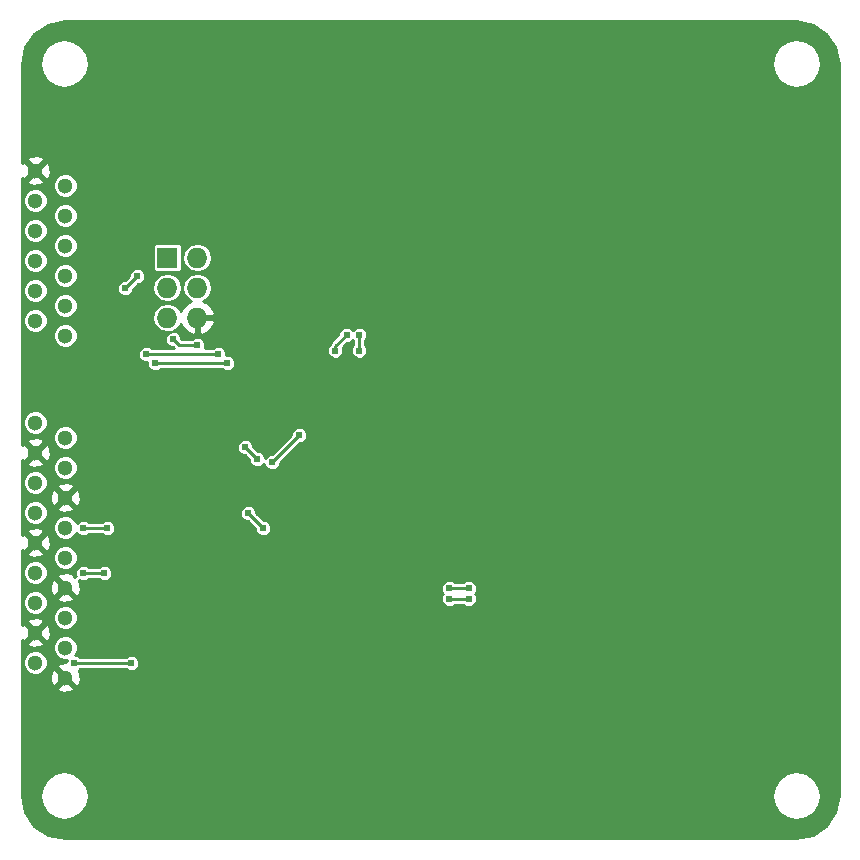
<source format=gbr>
G04 #@! TF.FileFunction,Copper,L2,Bot,Signal*
%FSLAX46Y46*%
G04 Gerber Fmt 4.6, Leading zero omitted, Abs format (unit mm)*
G04 Created by KiCad (PCBNEW 4.0.7-e2-6376~58~ubuntu16.04.1) date Tue Dec  5 20:34:02 2017*
%MOMM*%
%LPD*%
G01*
G04 APERTURE LIST*
%ADD10C,0.100000*%
%ADD11C,1.300000*%
%ADD12R,1.727200X1.727200*%
%ADD13O,1.727200X1.727200*%
%ADD14C,0.609600*%
%ADD15C,0.254000*%
%ADD16C,0.762000*%
G04 APERTURE END LIST*
D10*
D11*
X115062000Y-109474000D03*
X115062000Y-106934000D03*
X115062000Y-104394000D03*
X115062000Y-112014000D03*
X117602000Y-105664000D03*
X117602000Y-108204000D03*
X117602000Y-110744000D03*
X117602000Y-113284000D03*
X115062000Y-114554000D03*
X117602000Y-115824000D03*
X115062000Y-117094000D03*
X117602000Y-118364000D03*
X115062000Y-119634000D03*
X117602000Y-120904000D03*
X115062000Y-122174000D03*
X117602000Y-123444000D03*
X115062000Y-124714000D03*
X117602000Y-125984000D03*
X115062000Y-88138000D03*
X115062000Y-85598000D03*
X115062000Y-83058000D03*
X115062000Y-90678000D03*
X117602000Y-84328000D03*
X117602000Y-86868000D03*
X117602000Y-89408000D03*
X117602000Y-91948000D03*
X115062000Y-93218000D03*
X117602000Y-94488000D03*
X115062000Y-95758000D03*
X117602000Y-97028000D03*
D12*
X126238000Y-90424000D03*
D13*
X128778000Y-90424000D03*
X126238000Y-92964000D03*
X128778000Y-92964000D03*
X126238000Y-95504000D03*
X128778000Y-95504000D03*
D14*
X133096000Y-112080000D03*
X134366000Y-113350000D03*
X124523500Y-83820000D03*
X127635000Y-75184000D03*
X160083500Y-94170500D03*
X138811000Y-113604000D03*
X131699000Y-129606000D03*
X145034000Y-129606000D03*
X156718000Y-122240000D03*
X136398000Y-108778000D03*
X117602000Y-128082000D03*
X116586000Y-122240000D03*
X116586000Y-114620000D03*
X116586000Y-107000000D03*
X147828000Y-114874000D03*
X132334000Y-109540000D03*
X123444000Y-110048000D03*
X162814000Y-124018000D03*
X157988000Y-107376000D03*
X155194000Y-100650000D03*
X168148000Y-85410000D03*
X137922000Y-87442000D03*
X134620000Y-92014000D03*
X136652000Y-77028000D03*
X133858000Y-107508000D03*
X132842000Y-106492000D03*
X137414000Y-105476000D03*
X135128000Y-107762000D03*
X123698000Y-92014000D03*
X122682000Y-93030000D03*
X151765000Y-118430000D03*
X150114000Y-118430000D03*
X142494000Y-98298000D03*
X142494000Y-96964500D03*
X140462000Y-98298000D03*
X141414500Y-96964500D03*
X128778000Y-97856000D03*
X126746000Y-97348000D03*
X151765000Y-119319000D03*
X150114000Y-119319000D03*
X119126000Y-113350000D03*
X121158000Y-113350000D03*
X119126000Y-117160000D03*
X120904000Y-117160000D03*
X118364000Y-124780000D03*
X123190000Y-124780000D03*
X130556000Y-98618000D03*
X124460000Y-98618000D03*
X131318000Y-99380000D03*
X125222000Y-99380000D03*
D15*
X134366000Y-113350000D02*
X133096000Y-112080000D01*
D16*
X124523500Y-83820000D02*
X124714000Y-83820000D01*
D15*
X127635000Y-75184000D02*
X127635000Y-74993500D01*
X160782000Y-94234000D02*
X160147000Y-94234000D01*
X160147000Y-94234000D02*
X160083500Y-94170500D01*
X138938000Y-114874000D02*
X138938000Y-113731000D01*
X138938000Y-113731000D02*
X138811000Y-113604000D01*
X156591000Y-122367000D02*
X156591000Y-122748000D01*
X156718000Y-122240000D02*
X156591000Y-122367000D01*
X123698000Y-110302000D02*
X124714000Y-110302000D01*
X123444000Y-110048000D02*
X123698000Y-110302000D01*
X132842000Y-106492000D02*
X133858000Y-107508000D01*
X135128000Y-107762000D02*
X137414000Y-105476000D01*
X122682000Y-93030000D02*
X123698000Y-92014000D01*
X150114000Y-118430000D02*
X151765000Y-118430000D01*
X142494000Y-96964500D02*
X142494000Y-98298000D01*
X140462000Y-97917000D02*
X140462000Y-98298000D01*
X141414500Y-96964500D02*
X140462000Y-97917000D01*
X127254000Y-97856000D02*
X128778000Y-97856000D01*
X126746000Y-97348000D02*
X127254000Y-97856000D01*
X150114000Y-119319000D02*
X151765000Y-119319000D01*
X121158000Y-113350000D02*
X119126000Y-113350000D01*
X120904000Y-117160000D02*
X119126000Y-117160000D01*
X123190000Y-124780000D02*
X118364000Y-124780000D01*
X124460000Y-98618000D02*
X130556000Y-98618000D01*
X125222000Y-99380000D02*
X131318000Y-99380000D01*
G36*
X180863666Y-70714075D02*
X182018793Y-71485906D01*
X182790626Y-72641036D01*
X183070100Y-74046048D01*
X183070100Y-135961152D01*
X182790626Y-137366164D01*
X182018793Y-138521294D01*
X180863666Y-139293125D01*
X179458652Y-139572600D01*
X117543548Y-139572600D01*
X116138536Y-139293126D01*
X114983406Y-138521293D01*
X114211575Y-137366166D01*
X113940544Y-136003600D01*
X115438150Y-136003600D01*
X115595183Y-136793057D01*
X116042374Y-137462326D01*
X116711643Y-137909517D01*
X117501100Y-138066550D01*
X118290557Y-137909517D01*
X118959826Y-137462326D01*
X119407017Y-136793057D01*
X119564050Y-136003600D01*
X177438150Y-136003600D01*
X177595183Y-136793057D01*
X178042374Y-137462326D01*
X178711643Y-137909517D01*
X179501100Y-138066550D01*
X180290557Y-137909517D01*
X180959826Y-137462326D01*
X181407017Y-136793057D01*
X181564050Y-136003600D01*
X181407017Y-135214143D01*
X180959826Y-134544874D01*
X180290557Y-134097683D01*
X179501100Y-133940650D01*
X178711643Y-134097683D01*
X178042374Y-134544874D01*
X177595183Y-135214143D01*
X177438150Y-136003600D01*
X119564050Y-136003600D01*
X119407017Y-135214143D01*
X118959826Y-134544874D01*
X118290557Y-134097683D01*
X117501100Y-133940650D01*
X116711643Y-134097683D01*
X116042374Y-134544874D01*
X115595183Y-135214143D01*
X115438150Y-136003600D01*
X113940544Y-136003600D01*
X113932100Y-135961152D01*
X113932100Y-126883016D01*
X116882590Y-126883016D01*
X116938271Y-127113611D01*
X117421078Y-127281622D01*
X117931428Y-127252083D01*
X118265729Y-127113611D01*
X118321410Y-126883016D01*
X117602000Y-126163605D01*
X116882590Y-126883016D01*
X113932100Y-126883016D01*
X113932100Y-125803078D01*
X116304378Y-125803078D01*
X116333917Y-126313428D01*
X116472389Y-126647729D01*
X116702984Y-126703410D01*
X117422395Y-125984000D01*
X116702984Y-125264590D01*
X116472389Y-125320271D01*
X116304378Y-125803078D01*
X113932100Y-125803078D01*
X113932100Y-124918179D01*
X114030822Y-124918179D01*
X114187451Y-125297251D01*
X114477223Y-125587529D01*
X114856022Y-125744820D01*
X115266179Y-125745178D01*
X115645251Y-125588549D01*
X115935529Y-125298777D01*
X116092820Y-124919978D01*
X116093178Y-124509821D01*
X115936549Y-124130749D01*
X115646777Y-123840471D01*
X115267978Y-123683180D01*
X114857821Y-123682822D01*
X114478749Y-123839451D01*
X114188471Y-124129223D01*
X114031180Y-124508022D01*
X114030822Y-124918179D01*
X113932100Y-124918179D01*
X113932100Y-123648179D01*
X116570822Y-123648179D01*
X116727451Y-124027251D01*
X117017223Y-124317529D01*
X117396022Y-124474820D01*
X117748021Y-124475127D01*
X117678319Y-124642987D01*
X117678276Y-124692435D01*
X117272572Y-124715917D01*
X116938271Y-124854389D01*
X116882590Y-125084984D01*
X117602000Y-125804395D01*
X117616142Y-125790252D01*
X117795748Y-125969858D01*
X117781605Y-125984000D01*
X118501016Y-126703410D01*
X118731611Y-126647729D01*
X118899622Y-126164922D01*
X118870083Y-125654572D01*
X118749250Y-125362855D01*
X118751967Y-125361732D01*
X118825828Y-125288000D01*
X122728092Y-125288000D01*
X122801018Y-125361054D01*
X123052987Y-125465681D01*
X123325816Y-125465919D01*
X123577967Y-125361732D01*
X123771054Y-125168982D01*
X123875681Y-124917013D01*
X123875919Y-124644184D01*
X123771732Y-124392033D01*
X123578982Y-124198946D01*
X123327013Y-124094319D01*
X123054184Y-124094081D01*
X122802033Y-124198268D01*
X122728172Y-124272000D01*
X118825908Y-124272000D01*
X118752982Y-124198946D01*
X118501013Y-124094319D01*
X118409952Y-124094240D01*
X118475529Y-124028777D01*
X118632820Y-123649978D01*
X118633178Y-123239821D01*
X118476549Y-122860749D01*
X118186777Y-122570471D01*
X117807978Y-122413180D01*
X117397821Y-122412822D01*
X117018749Y-122569451D01*
X116728471Y-122859223D01*
X116571180Y-123238022D01*
X116570822Y-123648179D01*
X113932100Y-123648179D01*
X113932100Y-123073016D01*
X114342590Y-123073016D01*
X114398271Y-123303611D01*
X114881078Y-123471622D01*
X115391428Y-123442083D01*
X115725729Y-123303611D01*
X115781410Y-123073016D01*
X115062000Y-122353605D01*
X114342590Y-123073016D01*
X113932100Y-123073016D01*
X113932100Y-122837031D01*
X113932389Y-122837729D01*
X114162984Y-122893410D01*
X114882395Y-122174000D01*
X115241605Y-122174000D01*
X115961016Y-122893410D01*
X116191611Y-122837729D01*
X116359622Y-122354922D01*
X116330083Y-121844572D01*
X116191611Y-121510271D01*
X115961016Y-121454590D01*
X115241605Y-122174000D01*
X114882395Y-122174000D01*
X114162984Y-121454590D01*
X113932389Y-121510271D01*
X113932100Y-121511101D01*
X113932100Y-121274984D01*
X114342590Y-121274984D01*
X115062000Y-121994395D01*
X115781410Y-121274984D01*
X115741133Y-121108179D01*
X116570822Y-121108179D01*
X116727451Y-121487251D01*
X117017223Y-121777529D01*
X117396022Y-121934820D01*
X117806179Y-121935178D01*
X118185251Y-121778549D01*
X118475529Y-121488777D01*
X118632820Y-121109978D01*
X118633178Y-120699821D01*
X118476549Y-120320749D01*
X118186777Y-120030471D01*
X117807978Y-119873180D01*
X117397821Y-119872822D01*
X117018749Y-120029451D01*
X116728471Y-120319223D01*
X116571180Y-120698022D01*
X116570822Y-121108179D01*
X115741133Y-121108179D01*
X115725729Y-121044389D01*
X115242922Y-120876378D01*
X114732572Y-120905917D01*
X114398271Y-121044389D01*
X114342590Y-121274984D01*
X113932100Y-121274984D01*
X113932100Y-119838179D01*
X114030822Y-119838179D01*
X114187451Y-120217251D01*
X114477223Y-120507529D01*
X114856022Y-120664820D01*
X115266179Y-120665178D01*
X115645251Y-120508549D01*
X115935529Y-120218777D01*
X116092820Y-119839978D01*
X116093178Y-119429821D01*
X116024256Y-119263016D01*
X116882590Y-119263016D01*
X116938271Y-119493611D01*
X117421078Y-119661622D01*
X117931428Y-119632083D01*
X118265729Y-119493611D01*
X118321410Y-119263016D01*
X117602000Y-118543605D01*
X116882590Y-119263016D01*
X116024256Y-119263016D01*
X115936549Y-119050749D01*
X115646777Y-118760471D01*
X115267978Y-118603180D01*
X114857821Y-118602822D01*
X114478749Y-118759451D01*
X114188471Y-119049223D01*
X114031180Y-119428022D01*
X114030822Y-119838179D01*
X113932100Y-119838179D01*
X113932100Y-118183078D01*
X116304378Y-118183078D01*
X116333917Y-118693428D01*
X116472389Y-119027729D01*
X116702984Y-119083410D01*
X117422395Y-118364000D01*
X116702984Y-117644590D01*
X116472389Y-117700271D01*
X116304378Y-118183078D01*
X113932100Y-118183078D01*
X113932100Y-117298179D01*
X114030822Y-117298179D01*
X114187451Y-117677251D01*
X114477223Y-117967529D01*
X114856022Y-118124820D01*
X115266179Y-118125178D01*
X115645251Y-117968549D01*
X115935529Y-117678777D01*
X116024303Y-117464984D01*
X116882590Y-117464984D01*
X117602000Y-118184395D01*
X117616142Y-118170252D01*
X117795748Y-118349858D01*
X117781605Y-118364000D01*
X118501016Y-119083410D01*
X118731611Y-119027729D01*
X118892351Y-118565816D01*
X149428081Y-118565816D01*
X149532268Y-118817967D01*
X149588632Y-118874429D01*
X149532946Y-118930018D01*
X149428319Y-119181987D01*
X149428081Y-119454816D01*
X149532268Y-119706967D01*
X149725018Y-119900054D01*
X149976987Y-120004681D01*
X150249816Y-120004919D01*
X150501967Y-119900732D01*
X150575828Y-119827000D01*
X151303092Y-119827000D01*
X151376018Y-119900054D01*
X151627987Y-120004681D01*
X151900816Y-120004919D01*
X152152967Y-119900732D01*
X152346054Y-119707982D01*
X152450681Y-119456013D01*
X152450919Y-119183184D01*
X152346732Y-118931033D01*
X152290368Y-118874571D01*
X152346054Y-118818982D01*
X152450681Y-118567013D01*
X152450919Y-118294184D01*
X152346732Y-118042033D01*
X152153982Y-117848946D01*
X151902013Y-117744319D01*
X151629184Y-117744081D01*
X151377033Y-117848268D01*
X151303172Y-117922000D01*
X150575908Y-117922000D01*
X150502982Y-117848946D01*
X150251013Y-117744319D01*
X149978184Y-117744081D01*
X149726033Y-117848268D01*
X149532946Y-118041018D01*
X149428319Y-118292987D01*
X149428081Y-118565816D01*
X118892351Y-118565816D01*
X118899622Y-118544922D01*
X118870083Y-118034572D01*
X118750890Y-117746814D01*
X118988987Y-117845681D01*
X119261816Y-117845919D01*
X119513967Y-117741732D01*
X119587828Y-117668000D01*
X120442092Y-117668000D01*
X120515018Y-117741054D01*
X120766987Y-117845681D01*
X121039816Y-117845919D01*
X121291967Y-117741732D01*
X121485054Y-117548982D01*
X121589681Y-117297013D01*
X121589919Y-117024184D01*
X121485732Y-116772033D01*
X121292982Y-116578946D01*
X121041013Y-116474319D01*
X120768184Y-116474081D01*
X120516033Y-116578268D01*
X120442172Y-116652000D01*
X119587908Y-116652000D01*
X119514982Y-116578946D01*
X119263013Y-116474319D01*
X118990184Y-116474081D01*
X118738033Y-116578268D01*
X118544946Y-116771018D01*
X118440319Y-117022987D01*
X118440081Y-117295816D01*
X118480158Y-117392810D01*
X118436870Y-117349522D01*
X118321410Y-117464982D01*
X118265729Y-117234389D01*
X117782922Y-117066378D01*
X117272572Y-117095917D01*
X116938271Y-117234389D01*
X116882590Y-117464984D01*
X116024303Y-117464984D01*
X116092820Y-117299978D01*
X116093178Y-116889821D01*
X115936549Y-116510749D01*
X115646777Y-116220471D01*
X115267978Y-116063180D01*
X114857821Y-116062822D01*
X114478749Y-116219451D01*
X114188471Y-116509223D01*
X114031180Y-116888022D01*
X114030822Y-117298179D01*
X113932100Y-117298179D01*
X113932100Y-116028179D01*
X116570822Y-116028179D01*
X116727451Y-116407251D01*
X117017223Y-116697529D01*
X117396022Y-116854820D01*
X117806179Y-116855178D01*
X118185251Y-116698549D01*
X118475529Y-116408777D01*
X118632820Y-116029978D01*
X118633178Y-115619821D01*
X118476549Y-115240749D01*
X118186777Y-114950471D01*
X117807978Y-114793180D01*
X117397821Y-114792822D01*
X117018749Y-114949451D01*
X116728471Y-115239223D01*
X116571180Y-115618022D01*
X116570822Y-116028179D01*
X113932100Y-116028179D01*
X113932100Y-115453016D01*
X114342590Y-115453016D01*
X114398271Y-115683611D01*
X114881078Y-115851622D01*
X115391428Y-115822083D01*
X115725729Y-115683611D01*
X115781410Y-115453016D01*
X115062000Y-114733605D01*
X114342590Y-115453016D01*
X113932100Y-115453016D01*
X113932100Y-115217031D01*
X113932389Y-115217729D01*
X114162984Y-115273410D01*
X114882395Y-114554000D01*
X115241605Y-114554000D01*
X115961016Y-115273410D01*
X116191611Y-115217729D01*
X116359622Y-114734922D01*
X116330083Y-114224572D01*
X116191611Y-113890271D01*
X115961016Y-113834590D01*
X115241605Y-114554000D01*
X114882395Y-114554000D01*
X114162984Y-113834590D01*
X113932389Y-113890271D01*
X113932100Y-113891101D01*
X113932100Y-113654984D01*
X114342590Y-113654984D01*
X115062000Y-114374395D01*
X115781410Y-113654984D01*
X115741133Y-113488179D01*
X116570822Y-113488179D01*
X116727451Y-113867251D01*
X117017223Y-114157529D01*
X117396022Y-114314820D01*
X117806179Y-114315178D01*
X118185251Y-114158549D01*
X118475529Y-113868777D01*
X118537075Y-113720558D01*
X118544268Y-113737967D01*
X118737018Y-113931054D01*
X118988987Y-114035681D01*
X119261816Y-114035919D01*
X119513967Y-113931732D01*
X119587828Y-113858000D01*
X120696092Y-113858000D01*
X120769018Y-113931054D01*
X121020987Y-114035681D01*
X121293816Y-114035919D01*
X121545967Y-113931732D01*
X121739054Y-113738982D01*
X121843681Y-113487013D01*
X121843919Y-113214184D01*
X121739732Y-112962033D01*
X121546982Y-112768946D01*
X121295013Y-112664319D01*
X121022184Y-112664081D01*
X120770033Y-112768268D01*
X120696172Y-112842000D01*
X119587908Y-112842000D01*
X119514982Y-112768946D01*
X119263013Y-112664319D01*
X118990184Y-112664081D01*
X118738033Y-112768268D01*
X118572659Y-112933353D01*
X118476549Y-112700749D01*
X118186777Y-112410471D01*
X117807978Y-112253180D01*
X117397821Y-112252822D01*
X117018749Y-112409451D01*
X116728471Y-112699223D01*
X116571180Y-113078022D01*
X116570822Y-113488179D01*
X115741133Y-113488179D01*
X115725729Y-113424389D01*
X115242922Y-113256378D01*
X114732572Y-113285917D01*
X114398271Y-113424389D01*
X114342590Y-113654984D01*
X113932100Y-113654984D01*
X113932100Y-112218179D01*
X114030822Y-112218179D01*
X114187451Y-112597251D01*
X114477223Y-112887529D01*
X114856022Y-113044820D01*
X115266179Y-113045178D01*
X115645251Y-112888549D01*
X115935529Y-112598777D01*
X116092820Y-112219978D01*
X116092823Y-112215816D01*
X132410081Y-112215816D01*
X132514268Y-112467967D01*
X132707018Y-112661054D01*
X132958987Y-112765681D01*
X133063352Y-112765772D01*
X133680171Y-113382591D01*
X133680081Y-113485816D01*
X133784268Y-113737967D01*
X133977018Y-113931054D01*
X134228987Y-114035681D01*
X134501816Y-114035919D01*
X134753967Y-113931732D01*
X134947054Y-113738982D01*
X135051681Y-113487013D01*
X135051919Y-113214184D01*
X134947732Y-112962033D01*
X134754982Y-112768946D01*
X134503013Y-112664319D01*
X134398648Y-112664228D01*
X133781829Y-112047409D01*
X133781919Y-111944184D01*
X133677732Y-111692033D01*
X133484982Y-111498946D01*
X133233013Y-111394319D01*
X132960184Y-111394081D01*
X132708033Y-111498268D01*
X132514946Y-111691018D01*
X132410319Y-111942987D01*
X132410081Y-112215816D01*
X116092823Y-112215816D01*
X116093178Y-111809821D01*
X116024256Y-111643016D01*
X116882590Y-111643016D01*
X116938271Y-111873611D01*
X117421078Y-112041622D01*
X117931428Y-112012083D01*
X118265729Y-111873611D01*
X118321410Y-111643016D01*
X117602000Y-110923605D01*
X116882590Y-111643016D01*
X116024256Y-111643016D01*
X115936549Y-111430749D01*
X115646777Y-111140471D01*
X115267978Y-110983180D01*
X114857821Y-110982822D01*
X114478749Y-111139451D01*
X114188471Y-111429223D01*
X114031180Y-111808022D01*
X114030822Y-112218179D01*
X113932100Y-112218179D01*
X113932100Y-110563078D01*
X116304378Y-110563078D01*
X116333917Y-111073428D01*
X116472389Y-111407729D01*
X116702984Y-111463410D01*
X117422395Y-110744000D01*
X117781605Y-110744000D01*
X118501016Y-111463410D01*
X118731611Y-111407729D01*
X118899622Y-110924922D01*
X118870083Y-110414572D01*
X118731611Y-110080271D01*
X118501016Y-110024590D01*
X117781605Y-110744000D01*
X117422395Y-110744000D01*
X116702984Y-110024590D01*
X116472389Y-110080271D01*
X116304378Y-110563078D01*
X113932100Y-110563078D01*
X113932100Y-109678179D01*
X114030822Y-109678179D01*
X114187451Y-110057251D01*
X114477223Y-110347529D01*
X114856022Y-110504820D01*
X115266179Y-110505178D01*
X115645251Y-110348549D01*
X115935529Y-110058777D01*
X116024303Y-109844984D01*
X116882590Y-109844984D01*
X117602000Y-110564395D01*
X118321410Y-109844984D01*
X118265729Y-109614389D01*
X117782922Y-109446378D01*
X117272572Y-109475917D01*
X116938271Y-109614389D01*
X116882590Y-109844984D01*
X116024303Y-109844984D01*
X116092820Y-109679978D01*
X116093178Y-109269821D01*
X115936549Y-108890749D01*
X115646777Y-108600471D01*
X115267978Y-108443180D01*
X114857821Y-108442822D01*
X114478749Y-108599451D01*
X114188471Y-108889223D01*
X114031180Y-109268022D01*
X114030822Y-109678179D01*
X113932100Y-109678179D01*
X113932100Y-108408179D01*
X116570822Y-108408179D01*
X116727451Y-108787251D01*
X117017223Y-109077529D01*
X117396022Y-109234820D01*
X117806179Y-109235178D01*
X118185251Y-109078549D01*
X118475529Y-108788777D01*
X118632820Y-108409978D01*
X118633178Y-107999821D01*
X118476549Y-107620749D01*
X118186777Y-107330471D01*
X117807978Y-107173180D01*
X117397821Y-107172822D01*
X117018749Y-107329451D01*
X116728471Y-107619223D01*
X116571180Y-107998022D01*
X116570822Y-108408179D01*
X113932100Y-108408179D01*
X113932100Y-107833016D01*
X114342590Y-107833016D01*
X114398271Y-108063611D01*
X114881078Y-108231622D01*
X115391428Y-108202083D01*
X115725729Y-108063611D01*
X115781410Y-107833016D01*
X115062000Y-107113605D01*
X114342590Y-107833016D01*
X113932100Y-107833016D01*
X113932100Y-107597031D01*
X113932389Y-107597729D01*
X114162984Y-107653410D01*
X114882395Y-106934000D01*
X115241605Y-106934000D01*
X115961016Y-107653410D01*
X116191611Y-107597729D01*
X116359622Y-107114922D01*
X116330083Y-106604572D01*
X116191611Y-106270271D01*
X115961016Y-106214590D01*
X115241605Y-106934000D01*
X114882395Y-106934000D01*
X114162984Y-106214590D01*
X113932389Y-106270271D01*
X113932100Y-106271101D01*
X113932100Y-106034984D01*
X114342590Y-106034984D01*
X115062000Y-106754395D01*
X115781410Y-106034984D01*
X115741133Y-105868179D01*
X116570822Y-105868179D01*
X116727451Y-106247251D01*
X117017223Y-106537529D01*
X117396022Y-106694820D01*
X117806179Y-106695178D01*
X117969207Y-106627816D01*
X132156081Y-106627816D01*
X132260268Y-106879967D01*
X132453018Y-107073054D01*
X132704987Y-107177681D01*
X132809352Y-107177772D01*
X133172171Y-107540591D01*
X133172081Y-107643816D01*
X133276268Y-107895967D01*
X133469018Y-108089054D01*
X133720987Y-108193681D01*
X133993816Y-108193919D01*
X134245967Y-108089732D01*
X134439054Y-107896982D01*
X134442088Y-107889675D01*
X134442081Y-107897816D01*
X134546268Y-108149967D01*
X134739018Y-108343054D01*
X134990987Y-108447681D01*
X135263816Y-108447919D01*
X135515967Y-108343732D01*
X135709054Y-108150982D01*
X135813681Y-107899013D01*
X135813772Y-107794648D01*
X137446591Y-106161829D01*
X137549816Y-106161919D01*
X137801967Y-106057732D01*
X137995054Y-105864982D01*
X138099681Y-105613013D01*
X138099919Y-105340184D01*
X137995732Y-105088033D01*
X137802982Y-104894946D01*
X137551013Y-104790319D01*
X137278184Y-104790081D01*
X137026033Y-104894268D01*
X136832946Y-105087018D01*
X136728319Y-105338987D01*
X136728228Y-105443352D01*
X135095409Y-107076171D01*
X134992184Y-107076081D01*
X134740033Y-107180268D01*
X134546946Y-107373018D01*
X134543912Y-107380325D01*
X134543919Y-107372184D01*
X134439732Y-107120033D01*
X134246982Y-106926946D01*
X133995013Y-106822319D01*
X133890648Y-106822228D01*
X133527829Y-106459409D01*
X133527919Y-106356184D01*
X133423732Y-106104033D01*
X133230982Y-105910946D01*
X132979013Y-105806319D01*
X132706184Y-105806081D01*
X132454033Y-105910268D01*
X132260946Y-106103018D01*
X132156319Y-106354987D01*
X132156081Y-106627816D01*
X117969207Y-106627816D01*
X118185251Y-106538549D01*
X118475529Y-106248777D01*
X118632820Y-105869978D01*
X118633178Y-105459821D01*
X118476549Y-105080749D01*
X118186777Y-104790471D01*
X117807978Y-104633180D01*
X117397821Y-104632822D01*
X117018749Y-104789451D01*
X116728471Y-105079223D01*
X116571180Y-105458022D01*
X116570822Y-105868179D01*
X115741133Y-105868179D01*
X115725729Y-105804389D01*
X115242922Y-105636378D01*
X114732572Y-105665917D01*
X114398271Y-105804389D01*
X114342590Y-106034984D01*
X113932100Y-106034984D01*
X113932100Y-104598179D01*
X114030822Y-104598179D01*
X114187451Y-104977251D01*
X114477223Y-105267529D01*
X114856022Y-105424820D01*
X115266179Y-105425178D01*
X115645251Y-105268549D01*
X115935529Y-104978777D01*
X116092820Y-104599978D01*
X116093178Y-104189821D01*
X115936549Y-103810749D01*
X115646777Y-103520471D01*
X115267978Y-103363180D01*
X114857821Y-103362822D01*
X114478749Y-103519451D01*
X114188471Y-103809223D01*
X114031180Y-104188022D01*
X114030822Y-104598179D01*
X113932100Y-104598179D01*
X113932100Y-98753816D01*
X123774081Y-98753816D01*
X123878268Y-99005967D01*
X124071018Y-99199054D01*
X124322987Y-99303681D01*
X124536266Y-99303867D01*
X124536081Y-99515816D01*
X124640268Y-99767967D01*
X124833018Y-99961054D01*
X125084987Y-100065681D01*
X125357816Y-100065919D01*
X125609967Y-99961732D01*
X125683828Y-99888000D01*
X130856092Y-99888000D01*
X130929018Y-99961054D01*
X131180987Y-100065681D01*
X131453816Y-100065919D01*
X131705967Y-99961732D01*
X131899054Y-99768982D01*
X132003681Y-99517013D01*
X132003919Y-99244184D01*
X131899732Y-98992033D01*
X131706982Y-98798946D01*
X131455013Y-98694319D01*
X131241734Y-98694133D01*
X131241919Y-98482184D01*
X131221934Y-98433816D01*
X139776081Y-98433816D01*
X139880268Y-98685967D01*
X140073018Y-98879054D01*
X140324987Y-98983681D01*
X140597816Y-98983919D01*
X140849967Y-98879732D01*
X141043054Y-98686982D01*
X141147681Y-98435013D01*
X141147919Y-98162184D01*
X141085734Y-98011686D01*
X141447092Y-97650329D01*
X141550316Y-97650419D01*
X141802467Y-97546232D01*
X141954346Y-97394618D01*
X141986000Y-97426328D01*
X141986000Y-97836092D01*
X141912946Y-97909018D01*
X141808319Y-98160987D01*
X141808081Y-98433816D01*
X141912268Y-98685967D01*
X142105018Y-98879054D01*
X142356987Y-98983681D01*
X142629816Y-98983919D01*
X142881967Y-98879732D01*
X143075054Y-98686982D01*
X143179681Y-98435013D01*
X143179919Y-98162184D01*
X143075732Y-97910033D01*
X143002000Y-97836172D01*
X143002000Y-97426408D01*
X143075054Y-97353482D01*
X143179681Y-97101513D01*
X143179919Y-96828684D01*
X143075732Y-96576533D01*
X142882982Y-96383446D01*
X142631013Y-96278819D01*
X142358184Y-96278581D01*
X142106033Y-96382768D01*
X141954154Y-96534382D01*
X141803482Y-96383446D01*
X141551513Y-96278819D01*
X141278684Y-96278581D01*
X141026533Y-96382768D01*
X140833446Y-96575518D01*
X140728819Y-96827487D01*
X140728728Y-96931851D01*
X140102790Y-97557790D01*
X139992669Y-97722597D01*
X139974081Y-97816046D01*
X139880946Y-97909018D01*
X139776319Y-98160987D01*
X139776081Y-98433816D01*
X131221934Y-98433816D01*
X131137732Y-98230033D01*
X130944982Y-98036946D01*
X130693013Y-97932319D01*
X130420184Y-97932081D01*
X130168033Y-98036268D01*
X130094172Y-98110000D01*
X129415104Y-98110000D01*
X129463681Y-97993013D01*
X129463919Y-97720184D01*
X129359732Y-97468033D01*
X129166982Y-97274946D01*
X128915013Y-97170319D01*
X128642184Y-97170081D01*
X128390033Y-97274268D01*
X128316172Y-97348000D01*
X127464421Y-97348000D01*
X127431829Y-97315408D01*
X127431919Y-97212184D01*
X127327732Y-96960033D01*
X127134982Y-96766946D01*
X126883013Y-96662319D01*
X126696961Y-96662157D01*
X126738671Y-96653860D01*
X127142448Y-96384065D01*
X127387159Y-96017828D01*
X127495312Y-96278947D01*
X127889510Y-96710821D01*
X128418973Y-96958968D01*
X128651000Y-96838469D01*
X128651000Y-95631000D01*
X128905000Y-95631000D01*
X128905000Y-96838469D01*
X129137027Y-96958968D01*
X129666490Y-96710821D01*
X130060688Y-96278947D01*
X130232958Y-95863026D01*
X130111817Y-95631000D01*
X128905000Y-95631000D01*
X128651000Y-95631000D01*
X128631000Y-95631000D01*
X128631000Y-95377000D01*
X128651000Y-95377000D01*
X128651000Y-95357000D01*
X128905000Y-95357000D01*
X128905000Y-95377000D01*
X130111817Y-95377000D01*
X130232958Y-95144974D01*
X130060688Y-94729053D01*
X129666490Y-94297179D01*
X129276338Y-94114324D01*
X129278671Y-94113860D01*
X129682448Y-93844065D01*
X129952243Y-93440288D01*
X130046983Y-92964000D01*
X129952243Y-92487712D01*
X129682448Y-92083935D01*
X129278671Y-91814140D01*
X128802383Y-91719400D01*
X128753617Y-91719400D01*
X128277329Y-91814140D01*
X127873552Y-92083935D01*
X127603757Y-92487712D01*
X127509017Y-92964000D01*
X127603757Y-93440288D01*
X127873552Y-93844065D01*
X128277329Y-94113860D01*
X128279662Y-94114324D01*
X127889510Y-94297179D01*
X127495312Y-94729053D01*
X127387159Y-94990172D01*
X127142448Y-94623935D01*
X126738671Y-94354140D01*
X126262383Y-94259400D01*
X126213617Y-94259400D01*
X125737329Y-94354140D01*
X125333552Y-94623935D01*
X125063757Y-95027712D01*
X124969017Y-95504000D01*
X125063757Y-95980288D01*
X125333552Y-96384065D01*
X125737329Y-96653860D01*
X126213617Y-96748600D01*
X126262383Y-96748600D01*
X126529277Y-96695511D01*
X126358033Y-96766268D01*
X126164946Y-96959018D01*
X126060319Y-97210987D01*
X126060081Y-97483816D01*
X126164268Y-97735967D01*
X126357018Y-97929054D01*
X126608987Y-98033681D01*
X126713351Y-98033772D01*
X126789579Y-98110000D01*
X124921908Y-98110000D01*
X124848982Y-98036946D01*
X124597013Y-97932319D01*
X124324184Y-97932081D01*
X124072033Y-98036268D01*
X123878946Y-98229018D01*
X123774319Y-98480987D01*
X123774081Y-98753816D01*
X113932100Y-98753816D01*
X113932100Y-97232179D01*
X116570822Y-97232179D01*
X116727451Y-97611251D01*
X117017223Y-97901529D01*
X117396022Y-98058820D01*
X117806179Y-98059178D01*
X118185251Y-97902549D01*
X118475529Y-97612777D01*
X118632820Y-97233978D01*
X118633178Y-96823821D01*
X118476549Y-96444749D01*
X118186777Y-96154471D01*
X117807978Y-95997180D01*
X117397821Y-95996822D01*
X117018749Y-96153451D01*
X116728471Y-96443223D01*
X116571180Y-96822022D01*
X116570822Y-97232179D01*
X113932100Y-97232179D01*
X113932100Y-95962179D01*
X114030822Y-95962179D01*
X114187451Y-96341251D01*
X114477223Y-96631529D01*
X114856022Y-96788820D01*
X115266179Y-96789178D01*
X115645251Y-96632549D01*
X115935529Y-96342777D01*
X116092820Y-95963978D01*
X116093178Y-95553821D01*
X115936549Y-95174749D01*
X115646777Y-94884471D01*
X115267978Y-94727180D01*
X114857821Y-94726822D01*
X114478749Y-94883451D01*
X114188471Y-95173223D01*
X114031180Y-95552022D01*
X114030822Y-95962179D01*
X113932100Y-95962179D01*
X113932100Y-94692179D01*
X116570822Y-94692179D01*
X116727451Y-95071251D01*
X117017223Y-95361529D01*
X117396022Y-95518820D01*
X117806179Y-95519178D01*
X118185251Y-95362549D01*
X118475529Y-95072777D01*
X118632820Y-94693978D01*
X118633178Y-94283821D01*
X118476549Y-93904749D01*
X118186777Y-93614471D01*
X117807978Y-93457180D01*
X117397821Y-93456822D01*
X117018749Y-93613451D01*
X116728471Y-93903223D01*
X116571180Y-94282022D01*
X116570822Y-94692179D01*
X113932100Y-94692179D01*
X113932100Y-93422179D01*
X114030822Y-93422179D01*
X114187451Y-93801251D01*
X114477223Y-94091529D01*
X114856022Y-94248820D01*
X115266179Y-94249178D01*
X115645251Y-94092549D01*
X115935529Y-93802777D01*
X116092820Y-93423978D01*
X116093045Y-93165816D01*
X121996081Y-93165816D01*
X122100268Y-93417967D01*
X122293018Y-93611054D01*
X122544987Y-93715681D01*
X122817816Y-93715919D01*
X123069967Y-93611732D01*
X123263054Y-93418982D01*
X123367681Y-93167013D01*
X123367772Y-93062648D01*
X123466420Y-92964000D01*
X124969017Y-92964000D01*
X125063757Y-93440288D01*
X125333552Y-93844065D01*
X125737329Y-94113860D01*
X126213617Y-94208600D01*
X126262383Y-94208600D01*
X126738671Y-94113860D01*
X127142448Y-93844065D01*
X127412243Y-93440288D01*
X127506983Y-92964000D01*
X127412243Y-92487712D01*
X127142448Y-92083935D01*
X126738671Y-91814140D01*
X126262383Y-91719400D01*
X126213617Y-91719400D01*
X125737329Y-91814140D01*
X125333552Y-92083935D01*
X125063757Y-92487712D01*
X124969017Y-92964000D01*
X123466420Y-92964000D01*
X123730591Y-92699829D01*
X123833816Y-92699919D01*
X124085967Y-92595732D01*
X124279054Y-92402982D01*
X124383681Y-92151013D01*
X124383919Y-91878184D01*
X124279732Y-91626033D01*
X124086982Y-91432946D01*
X123835013Y-91328319D01*
X123562184Y-91328081D01*
X123310033Y-91432268D01*
X123116946Y-91625018D01*
X123012319Y-91876987D01*
X123012228Y-91981352D01*
X122649409Y-92344171D01*
X122546184Y-92344081D01*
X122294033Y-92448268D01*
X122100946Y-92641018D01*
X121996319Y-92892987D01*
X121996081Y-93165816D01*
X116093045Y-93165816D01*
X116093178Y-93013821D01*
X115936549Y-92634749D01*
X115646777Y-92344471D01*
X115267978Y-92187180D01*
X114857821Y-92186822D01*
X114478749Y-92343451D01*
X114188471Y-92633223D01*
X114031180Y-93012022D01*
X114030822Y-93422179D01*
X113932100Y-93422179D01*
X113932100Y-92152179D01*
X116570822Y-92152179D01*
X116727451Y-92531251D01*
X117017223Y-92821529D01*
X117396022Y-92978820D01*
X117806179Y-92979178D01*
X118185251Y-92822549D01*
X118475529Y-92532777D01*
X118632820Y-92153978D01*
X118633178Y-91743821D01*
X118476549Y-91364749D01*
X118186777Y-91074471D01*
X117807978Y-90917180D01*
X117397821Y-90916822D01*
X117018749Y-91073451D01*
X116728471Y-91363223D01*
X116571180Y-91742022D01*
X116570822Y-92152179D01*
X113932100Y-92152179D01*
X113932100Y-90882179D01*
X114030822Y-90882179D01*
X114187451Y-91261251D01*
X114477223Y-91551529D01*
X114856022Y-91708820D01*
X115266179Y-91709178D01*
X115645251Y-91552549D01*
X115935529Y-91262777D01*
X116092820Y-90883978D01*
X116093178Y-90473821D01*
X115936549Y-90094749D01*
X115646777Y-89804471D01*
X115267978Y-89647180D01*
X114857821Y-89646822D01*
X114478749Y-89803451D01*
X114188471Y-90093223D01*
X114031180Y-90472022D01*
X114030822Y-90882179D01*
X113932100Y-90882179D01*
X113932100Y-89612179D01*
X116570822Y-89612179D01*
X116727451Y-89991251D01*
X117017223Y-90281529D01*
X117396022Y-90438820D01*
X117806179Y-90439178D01*
X118185251Y-90282549D01*
X118475529Y-89992777D01*
X118632820Y-89613978D01*
X118632866Y-89560400D01*
X124985936Y-89560400D01*
X124985936Y-91287600D01*
X125012503Y-91428790D01*
X125095946Y-91558465D01*
X125223266Y-91645459D01*
X125374400Y-91676064D01*
X127101600Y-91676064D01*
X127242790Y-91649497D01*
X127372465Y-91566054D01*
X127459459Y-91438734D01*
X127490064Y-91287600D01*
X127490064Y-90424000D01*
X127509017Y-90424000D01*
X127603757Y-90900288D01*
X127873552Y-91304065D01*
X128277329Y-91573860D01*
X128753617Y-91668600D01*
X128802383Y-91668600D01*
X129278671Y-91573860D01*
X129682448Y-91304065D01*
X129952243Y-90900288D01*
X130046983Y-90424000D01*
X129952243Y-89947712D01*
X129682448Y-89543935D01*
X129278671Y-89274140D01*
X128802383Y-89179400D01*
X128753617Y-89179400D01*
X128277329Y-89274140D01*
X127873552Y-89543935D01*
X127603757Y-89947712D01*
X127509017Y-90424000D01*
X127490064Y-90424000D01*
X127490064Y-89560400D01*
X127463497Y-89419210D01*
X127380054Y-89289535D01*
X127252734Y-89202541D01*
X127101600Y-89171936D01*
X125374400Y-89171936D01*
X125233210Y-89198503D01*
X125103535Y-89281946D01*
X125016541Y-89409266D01*
X124985936Y-89560400D01*
X118632866Y-89560400D01*
X118633178Y-89203821D01*
X118476549Y-88824749D01*
X118186777Y-88534471D01*
X117807978Y-88377180D01*
X117397821Y-88376822D01*
X117018749Y-88533451D01*
X116728471Y-88823223D01*
X116571180Y-89202022D01*
X116570822Y-89612179D01*
X113932100Y-89612179D01*
X113932100Y-88342179D01*
X114030822Y-88342179D01*
X114187451Y-88721251D01*
X114477223Y-89011529D01*
X114856022Y-89168820D01*
X115266179Y-89169178D01*
X115645251Y-89012549D01*
X115935529Y-88722777D01*
X116092820Y-88343978D01*
X116093178Y-87933821D01*
X115936549Y-87554749D01*
X115646777Y-87264471D01*
X115267978Y-87107180D01*
X114857821Y-87106822D01*
X114478749Y-87263451D01*
X114188471Y-87553223D01*
X114031180Y-87932022D01*
X114030822Y-88342179D01*
X113932100Y-88342179D01*
X113932100Y-87072179D01*
X116570822Y-87072179D01*
X116727451Y-87451251D01*
X117017223Y-87741529D01*
X117396022Y-87898820D01*
X117806179Y-87899178D01*
X118185251Y-87742549D01*
X118475529Y-87452777D01*
X118632820Y-87073978D01*
X118633178Y-86663821D01*
X118476549Y-86284749D01*
X118186777Y-85994471D01*
X117807978Y-85837180D01*
X117397821Y-85836822D01*
X117018749Y-85993451D01*
X116728471Y-86283223D01*
X116571180Y-86662022D01*
X116570822Y-87072179D01*
X113932100Y-87072179D01*
X113932100Y-85802179D01*
X114030822Y-85802179D01*
X114187451Y-86181251D01*
X114477223Y-86471529D01*
X114856022Y-86628820D01*
X115266179Y-86629178D01*
X115645251Y-86472549D01*
X115935529Y-86182777D01*
X116092820Y-85803978D01*
X116093178Y-85393821D01*
X115936549Y-85014749D01*
X115646777Y-84724471D01*
X115267978Y-84567180D01*
X114857821Y-84566822D01*
X114478749Y-84723451D01*
X114188471Y-85013223D01*
X114031180Y-85392022D01*
X114030822Y-85802179D01*
X113932100Y-85802179D01*
X113932100Y-84532179D01*
X116570822Y-84532179D01*
X116727451Y-84911251D01*
X117017223Y-85201529D01*
X117396022Y-85358820D01*
X117806179Y-85359178D01*
X118185251Y-85202549D01*
X118475529Y-84912777D01*
X118632820Y-84533978D01*
X118633178Y-84123821D01*
X118476549Y-83744749D01*
X118186777Y-83454471D01*
X117807978Y-83297180D01*
X117397821Y-83296822D01*
X117018749Y-83453451D01*
X116728471Y-83743223D01*
X116571180Y-84122022D01*
X116570822Y-84532179D01*
X113932100Y-84532179D01*
X113932100Y-83957016D01*
X114342590Y-83957016D01*
X114398271Y-84187611D01*
X114881078Y-84355622D01*
X115391428Y-84326083D01*
X115725729Y-84187611D01*
X115781410Y-83957016D01*
X115062000Y-83237605D01*
X114342590Y-83957016D01*
X113932100Y-83957016D01*
X113932100Y-83721031D01*
X113932389Y-83721729D01*
X114162984Y-83777410D01*
X114882395Y-83058000D01*
X115241605Y-83058000D01*
X115961016Y-83777410D01*
X116191611Y-83721729D01*
X116359622Y-83238922D01*
X116330083Y-82728572D01*
X116191611Y-82394271D01*
X115961016Y-82338590D01*
X115241605Y-83058000D01*
X114882395Y-83058000D01*
X114162984Y-82338590D01*
X113932389Y-82394271D01*
X113932100Y-82395101D01*
X113932100Y-82158984D01*
X114342590Y-82158984D01*
X115062000Y-82878395D01*
X115781410Y-82158984D01*
X115725729Y-81928389D01*
X115242922Y-81760378D01*
X114732572Y-81789917D01*
X114398271Y-81928389D01*
X114342590Y-82158984D01*
X113932100Y-82158984D01*
X113932100Y-74046048D01*
X113940543Y-74003600D01*
X115438150Y-74003600D01*
X115595183Y-74793057D01*
X116042374Y-75462326D01*
X116711643Y-75909517D01*
X117501100Y-76066550D01*
X118290557Y-75909517D01*
X118959826Y-75462326D01*
X119407017Y-74793057D01*
X119564050Y-74003600D01*
X177438150Y-74003600D01*
X177595183Y-74793057D01*
X178042374Y-75462326D01*
X178711643Y-75909517D01*
X179501100Y-76066550D01*
X180290557Y-75909517D01*
X180959826Y-75462326D01*
X181407017Y-74793057D01*
X181564050Y-74003600D01*
X181407017Y-73214143D01*
X180959826Y-72544874D01*
X180290557Y-72097683D01*
X179501100Y-71940650D01*
X178711643Y-72097683D01*
X178042374Y-72544874D01*
X177595183Y-73214143D01*
X177438150Y-74003600D01*
X119564050Y-74003600D01*
X119407017Y-73214143D01*
X118959826Y-72544874D01*
X118290557Y-72097683D01*
X117501100Y-71940650D01*
X116711643Y-72097683D01*
X116042374Y-72544874D01*
X115595183Y-73214143D01*
X115438150Y-74003600D01*
X113940543Y-74003600D01*
X114211575Y-72641034D01*
X114983406Y-71485907D01*
X116138536Y-70714074D01*
X117543548Y-70434600D01*
X179458652Y-70434600D01*
X180863666Y-70714075D01*
X180863666Y-70714075D01*
G37*
X180863666Y-70714075D02*
X182018793Y-71485906D01*
X182790626Y-72641036D01*
X183070100Y-74046048D01*
X183070100Y-135961152D01*
X182790626Y-137366164D01*
X182018793Y-138521294D01*
X180863666Y-139293125D01*
X179458652Y-139572600D01*
X117543548Y-139572600D01*
X116138536Y-139293126D01*
X114983406Y-138521293D01*
X114211575Y-137366166D01*
X113940544Y-136003600D01*
X115438150Y-136003600D01*
X115595183Y-136793057D01*
X116042374Y-137462326D01*
X116711643Y-137909517D01*
X117501100Y-138066550D01*
X118290557Y-137909517D01*
X118959826Y-137462326D01*
X119407017Y-136793057D01*
X119564050Y-136003600D01*
X177438150Y-136003600D01*
X177595183Y-136793057D01*
X178042374Y-137462326D01*
X178711643Y-137909517D01*
X179501100Y-138066550D01*
X180290557Y-137909517D01*
X180959826Y-137462326D01*
X181407017Y-136793057D01*
X181564050Y-136003600D01*
X181407017Y-135214143D01*
X180959826Y-134544874D01*
X180290557Y-134097683D01*
X179501100Y-133940650D01*
X178711643Y-134097683D01*
X178042374Y-134544874D01*
X177595183Y-135214143D01*
X177438150Y-136003600D01*
X119564050Y-136003600D01*
X119407017Y-135214143D01*
X118959826Y-134544874D01*
X118290557Y-134097683D01*
X117501100Y-133940650D01*
X116711643Y-134097683D01*
X116042374Y-134544874D01*
X115595183Y-135214143D01*
X115438150Y-136003600D01*
X113940544Y-136003600D01*
X113932100Y-135961152D01*
X113932100Y-126883016D01*
X116882590Y-126883016D01*
X116938271Y-127113611D01*
X117421078Y-127281622D01*
X117931428Y-127252083D01*
X118265729Y-127113611D01*
X118321410Y-126883016D01*
X117602000Y-126163605D01*
X116882590Y-126883016D01*
X113932100Y-126883016D01*
X113932100Y-125803078D01*
X116304378Y-125803078D01*
X116333917Y-126313428D01*
X116472389Y-126647729D01*
X116702984Y-126703410D01*
X117422395Y-125984000D01*
X116702984Y-125264590D01*
X116472389Y-125320271D01*
X116304378Y-125803078D01*
X113932100Y-125803078D01*
X113932100Y-124918179D01*
X114030822Y-124918179D01*
X114187451Y-125297251D01*
X114477223Y-125587529D01*
X114856022Y-125744820D01*
X115266179Y-125745178D01*
X115645251Y-125588549D01*
X115935529Y-125298777D01*
X116092820Y-124919978D01*
X116093178Y-124509821D01*
X115936549Y-124130749D01*
X115646777Y-123840471D01*
X115267978Y-123683180D01*
X114857821Y-123682822D01*
X114478749Y-123839451D01*
X114188471Y-124129223D01*
X114031180Y-124508022D01*
X114030822Y-124918179D01*
X113932100Y-124918179D01*
X113932100Y-123648179D01*
X116570822Y-123648179D01*
X116727451Y-124027251D01*
X117017223Y-124317529D01*
X117396022Y-124474820D01*
X117748021Y-124475127D01*
X117678319Y-124642987D01*
X117678276Y-124692435D01*
X117272572Y-124715917D01*
X116938271Y-124854389D01*
X116882590Y-125084984D01*
X117602000Y-125804395D01*
X117616142Y-125790252D01*
X117795748Y-125969858D01*
X117781605Y-125984000D01*
X118501016Y-126703410D01*
X118731611Y-126647729D01*
X118899622Y-126164922D01*
X118870083Y-125654572D01*
X118749250Y-125362855D01*
X118751967Y-125361732D01*
X118825828Y-125288000D01*
X122728092Y-125288000D01*
X122801018Y-125361054D01*
X123052987Y-125465681D01*
X123325816Y-125465919D01*
X123577967Y-125361732D01*
X123771054Y-125168982D01*
X123875681Y-124917013D01*
X123875919Y-124644184D01*
X123771732Y-124392033D01*
X123578982Y-124198946D01*
X123327013Y-124094319D01*
X123054184Y-124094081D01*
X122802033Y-124198268D01*
X122728172Y-124272000D01*
X118825908Y-124272000D01*
X118752982Y-124198946D01*
X118501013Y-124094319D01*
X118409952Y-124094240D01*
X118475529Y-124028777D01*
X118632820Y-123649978D01*
X118633178Y-123239821D01*
X118476549Y-122860749D01*
X118186777Y-122570471D01*
X117807978Y-122413180D01*
X117397821Y-122412822D01*
X117018749Y-122569451D01*
X116728471Y-122859223D01*
X116571180Y-123238022D01*
X116570822Y-123648179D01*
X113932100Y-123648179D01*
X113932100Y-123073016D01*
X114342590Y-123073016D01*
X114398271Y-123303611D01*
X114881078Y-123471622D01*
X115391428Y-123442083D01*
X115725729Y-123303611D01*
X115781410Y-123073016D01*
X115062000Y-122353605D01*
X114342590Y-123073016D01*
X113932100Y-123073016D01*
X113932100Y-122837031D01*
X113932389Y-122837729D01*
X114162984Y-122893410D01*
X114882395Y-122174000D01*
X115241605Y-122174000D01*
X115961016Y-122893410D01*
X116191611Y-122837729D01*
X116359622Y-122354922D01*
X116330083Y-121844572D01*
X116191611Y-121510271D01*
X115961016Y-121454590D01*
X115241605Y-122174000D01*
X114882395Y-122174000D01*
X114162984Y-121454590D01*
X113932389Y-121510271D01*
X113932100Y-121511101D01*
X113932100Y-121274984D01*
X114342590Y-121274984D01*
X115062000Y-121994395D01*
X115781410Y-121274984D01*
X115741133Y-121108179D01*
X116570822Y-121108179D01*
X116727451Y-121487251D01*
X117017223Y-121777529D01*
X117396022Y-121934820D01*
X117806179Y-121935178D01*
X118185251Y-121778549D01*
X118475529Y-121488777D01*
X118632820Y-121109978D01*
X118633178Y-120699821D01*
X118476549Y-120320749D01*
X118186777Y-120030471D01*
X117807978Y-119873180D01*
X117397821Y-119872822D01*
X117018749Y-120029451D01*
X116728471Y-120319223D01*
X116571180Y-120698022D01*
X116570822Y-121108179D01*
X115741133Y-121108179D01*
X115725729Y-121044389D01*
X115242922Y-120876378D01*
X114732572Y-120905917D01*
X114398271Y-121044389D01*
X114342590Y-121274984D01*
X113932100Y-121274984D01*
X113932100Y-119838179D01*
X114030822Y-119838179D01*
X114187451Y-120217251D01*
X114477223Y-120507529D01*
X114856022Y-120664820D01*
X115266179Y-120665178D01*
X115645251Y-120508549D01*
X115935529Y-120218777D01*
X116092820Y-119839978D01*
X116093178Y-119429821D01*
X116024256Y-119263016D01*
X116882590Y-119263016D01*
X116938271Y-119493611D01*
X117421078Y-119661622D01*
X117931428Y-119632083D01*
X118265729Y-119493611D01*
X118321410Y-119263016D01*
X117602000Y-118543605D01*
X116882590Y-119263016D01*
X116024256Y-119263016D01*
X115936549Y-119050749D01*
X115646777Y-118760471D01*
X115267978Y-118603180D01*
X114857821Y-118602822D01*
X114478749Y-118759451D01*
X114188471Y-119049223D01*
X114031180Y-119428022D01*
X114030822Y-119838179D01*
X113932100Y-119838179D01*
X113932100Y-118183078D01*
X116304378Y-118183078D01*
X116333917Y-118693428D01*
X116472389Y-119027729D01*
X116702984Y-119083410D01*
X117422395Y-118364000D01*
X116702984Y-117644590D01*
X116472389Y-117700271D01*
X116304378Y-118183078D01*
X113932100Y-118183078D01*
X113932100Y-117298179D01*
X114030822Y-117298179D01*
X114187451Y-117677251D01*
X114477223Y-117967529D01*
X114856022Y-118124820D01*
X115266179Y-118125178D01*
X115645251Y-117968549D01*
X115935529Y-117678777D01*
X116024303Y-117464984D01*
X116882590Y-117464984D01*
X117602000Y-118184395D01*
X117616142Y-118170252D01*
X117795748Y-118349858D01*
X117781605Y-118364000D01*
X118501016Y-119083410D01*
X118731611Y-119027729D01*
X118892351Y-118565816D01*
X149428081Y-118565816D01*
X149532268Y-118817967D01*
X149588632Y-118874429D01*
X149532946Y-118930018D01*
X149428319Y-119181987D01*
X149428081Y-119454816D01*
X149532268Y-119706967D01*
X149725018Y-119900054D01*
X149976987Y-120004681D01*
X150249816Y-120004919D01*
X150501967Y-119900732D01*
X150575828Y-119827000D01*
X151303092Y-119827000D01*
X151376018Y-119900054D01*
X151627987Y-120004681D01*
X151900816Y-120004919D01*
X152152967Y-119900732D01*
X152346054Y-119707982D01*
X152450681Y-119456013D01*
X152450919Y-119183184D01*
X152346732Y-118931033D01*
X152290368Y-118874571D01*
X152346054Y-118818982D01*
X152450681Y-118567013D01*
X152450919Y-118294184D01*
X152346732Y-118042033D01*
X152153982Y-117848946D01*
X151902013Y-117744319D01*
X151629184Y-117744081D01*
X151377033Y-117848268D01*
X151303172Y-117922000D01*
X150575908Y-117922000D01*
X150502982Y-117848946D01*
X150251013Y-117744319D01*
X149978184Y-117744081D01*
X149726033Y-117848268D01*
X149532946Y-118041018D01*
X149428319Y-118292987D01*
X149428081Y-118565816D01*
X118892351Y-118565816D01*
X118899622Y-118544922D01*
X118870083Y-118034572D01*
X118750890Y-117746814D01*
X118988987Y-117845681D01*
X119261816Y-117845919D01*
X119513967Y-117741732D01*
X119587828Y-117668000D01*
X120442092Y-117668000D01*
X120515018Y-117741054D01*
X120766987Y-117845681D01*
X121039816Y-117845919D01*
X121291967Y-117741732D01*
X121485054Y-117548982D01*
X121589681Y-117297013D01*
X121589919Y-117024184D01*
X121485732Y-116772033D01*
X121292982Y-116578946D01*
X121041013Y-116474319D01*
X120768184Y-116474081D01*
X120516033Y-116578268D01*
X120442172Y-116652000D01*
X119587908Y-116652000D01*
X119514982Y-116578946D01*
X119263013Y-116474319D01*
X118990184Y-116474081D01*
X118738033Y-116578268D01*
X118544946Y-116771018D01*
X118440319Y-117022987D01*
X118440081Y-117295816D01*
X118480158Y-117392810D01*
X118436870Y-117349522D01*
X118321410Y-117464982D01*
X118265729Y-117234389D01*
X117782922Y-117066378D01*
X117272572Y-117095917D01*
X116938271Y-117234389D01*
X116882590Y-117464984D01*
X116024303Y-117464984D01*
X116092820Y-117299978D01*
X116093178Y-116889821D01*
X115936549Y-116510749D01*
X115646777Y-116220471D01*
X115267978Y-116063180D01*
X114857821Y-116062822D01*
X114478749Y-116219451D01*
X114188471Y-116509223D01*
X114031180Y-116888022D01*
X114030822Y-117298179D01*
X113932100Y-117298179D01*
X113932100Y-116028179D01*
X116570822Y-116028179D01*
X116727451Y-116407251D01*
X117017223Y-116697529D01*
X117396022Y-116854820D01*
X117806179Y-116855178D01*
X118185251Y-116698549D01*
X118475529Y-116408777D01*
X118632820Y-116029978D01*
X118633178Y-115619821D01*
X118476549Y-115240749D01*
X118186777Y-114950471D01*
X117807978Y-114793180D01*
X117397821Y-114792822D01*
X117018749Y-114949451D01*
X116728471Y-115239223D01*
X116571180Y-115618022D01*
X116570822Y-116028179D01*
X113932100Y-116028179D01*
X113932100Y-115453016D01*
X114342590Y-115453016D01*
X114398271Y-115683611D01*
X114881078Y-115851622D01*
X115391428Y-115822083D01*
X115725729Y-115683611D01*
X115781410Y-115453016D01*
X115062000Y-114733605D01*
X114342590Y-115453016D01*
X113932100Y-115453016D01*
X113932100Y-115217031D01*
X113932389Y-115217729D01*
X114162984Y-115273410D01*
X114882395Y-114554000D01*
X115241605Y-114554000D01*
X115961016Y-115273410D01*
X116191611Y-115217729D01*
X116359622Y-114734922D01*
X116330083Y-114224572D01*
X116191611Y-113890271D01*
X115961016Y-113834590D01*
X115241605Y-114554000D01*
X114882395Y-114554000D01*
X114162984Y-113834590D01*
X113932389Y-113890271D01*
X113932100Y-113891101D01*
X113932100Y-113654984D01*
X114342590Y-113654984D01*
X115062000Y-114374395D01*
X115781410Y-113654984D01*
X115741133Y-113488179D01*
X116570822Y-113488179D01*
X116727451Y-113867251D01*
X117017223Y-114157529D01*
X117396022Y-114314820D01*
X117806179Y-114315178D01*
X118185251Y-114158549D01*
X118475529Y-113868777D01*
X118537075Y-113720558D01*
X118544268Y-113737967D01*
X118737018Y-113931054D01*
X118988987Y-114035681D01*
X119261816Y-114035919D01*
X119513967Y-113931732D01*
X119587828Y-113858000D01*
X120696092Y-113858000D01*
X120769018Y-113931054D01*
X121020987Y-114035681D01*
X121293816Y-114035919D01*
X121545967Y-113931732D01*
X121739054Y-113738982D01*
X121843681Y-113487013D01*
X121843919Y-113214184D01*
X121739732Y-112962033D01*
X121546982Y-112768946D01*
X121295013Y-112664319D01*
X121022184Y-112664081D01*
X120770033Y-112768268D01*
X120696172Y-112842000D01*
X119587908Y-112842000D01*
X119514982Y-112768946D01*
X119263013Y-112664319D01*
X118990184Y-112664081D01*
X118738033Y-112768268D01*
X118572659Y-112933353D01*
X118476549Y-112700749D01*
X118186777Y-112410471D01*
X117807978Y-112253180D01*
X117397821Y-112252822D01*
X117018749Y-112409451D01*
X116728471Y-112699223D01*
X116571180Y-113078022D01*
X116570822Y-113488179D01*
X115741133Y-113488179D01*
X115725729Y-113424389D01*
X115242922Y-113256378D01*
X114732572Y-113285917D01*
X114398271Y-113424389D01*
X114342590Y-113654984D01*
X113932100Y-113654984D01*
X113932100Y-112218179D01*
X114030822Y-112218179D01*
X114187451Y-112597251D01*
X114477223Y-112887529D01*
X114856022Y-113044820D01*
X115266179Y-113045178D01*
X115645251Y-112888549D01*
X115935529Y-112598777D01*
X116092820Y-112219978D01*
X116092823Y-112215816D01*
X132410081Y-112215816D01*
X132514268Y-112467967D01*
X132707018Y-112661054D01*
X132958987Y-112765681D01*
X133063352Y-112765772D01*
X133680171Y-113382591D01*
X133680081Y-113485816D01*
X133784268Y-113737967D01*
X133977018Y-113931054D01*
X134228987Y-114035681D01*
X134501816Y-114035919D01*
X134753967Y-113931732D01*
X134947054Y-113738982D01*
X135051681Y-113487013D01*
X135051919Y-113214184D01*
X134947732Y-112962033D01*
X134754982Y-112768946D01*
X134503013Y-112664319D01*
X134398648Y-112664228D01*
X133781829Y-112047409D01*
X133781919Y-111944184D01*
X133677732Y-111692033D01*
X133484982Y-111498946D01*
X133233013Y-111394319D01*
X132960184Y-111394081D01*
X132708033Y-111498268D01*
X132514946Y-111691018D01*
X132410319Y-111942987D01*
X132410081Y-112215816D01*
X116092823Y-112215816D01*
X116093178Y-111809821D01*
X116024256Y-111643016D01*
X116882590Y-111643016D01*
X116938271Y-111873611D01*
X117421078Y-112041622D01*
X117931428Y-112012083D01*
X118265729Y-111873611D01*
X118321410Y-111643016D01*
X117602000Y-110923605D01*
X116882590Y-111643016D01*
X116024256Y-111643016D01*
X115936549Y-111430749D01*
X115646777Y-111140471D01*
X115267978Y-110983180D01*
X114857821Y-110982822D01*
X114478749Y-111139451D01*
X114188471Y-111429223D01*
X114031180Y-111808022D01*
X114030822Y-112218179D01*
X113932100Y-112218179D01*
X113932100Y-110563078D01*
X116304378Y-110563078D01*
X116333917Y-111073428D01*
X116472389Y-111407729D01*
X116702984Y-111463410D01*
X117422395Y-110744000D01*
X117781605Y-110744000D01*
X118501016Y-111463410D01*
X118731611Y-111407729D01*
X118899622Y-110924922D01*
X118870083Y-110414572D01*
X118731611Y-110080271D01*
X118501016Y-110024590D01*
X117781605Y-110744000D01*
X117422395Y-110744000D01*
X116702984Y-110024590D01*
X116472389Y-110080271D01*
X116304378Y-110563078D01*
X113932100Y-110563078D01*
X113932100Y-109678179D01*
X114030822Y-109678179D01*
X114187451Y-110057251D01*
X114477223Y-110347529D01*
X114856022Y-110504820D01*
X115266179Y-110505178D01*
X115645251Y-110348549D01*
X115935529Y-110058777D01*
X116024303Y-109844984D01*
X116882590Y-109844984D01*
X117602000Y-110564395D01*
X118321410Y-109844984D01*
X118265729Y-109614389D01*
X117782922Y-109446378D01*
X117272572Y-109475917D01*
X116938271Y-109614389D01*
X116882590Y-109844984D01*
X116024303Y-109844984D01*
X116092820Y-109679978D01*
X116093178Y-109269821D01*
X115936549Y-108890749D01*
X115646777Y-108600471D01*
X115267978Y-108443180D01*
X114857821Y-108442822D01*
X114478749Y-108599451D01*
X114188471Y-108889223D01*
X114031180Y-109268022D01*
X114030822Y-109678179D01*
X113932100Y-109678179D01*
X113932100Y-108408179D01*
X116570822Y-108408179D01*
X116727451Y-108787251D01*
X117017223Y-109077529D01*
X117396022Y-109234820D01*
X117806179Y-109235178D01*
X118185251Y-109078549D01*
X118475529Y-108788777D01*
X118632820Y-108409978D01*
X118633178Y-107999821D01*
X118476549Y-107620749D01*
X118186777Y-107330471D01*
X117807978Y-107173180D01*
X117397821Y-107172822D01*
X117018749Y-107329451D01*
X116728471Y-107619223D01*
X116571180Y-107998022D01*
X116570822Y-108408179D01*
X113932100Y-108408179D01*
X113932100Y-107833016D01*
X114342590Y-107833016D01*
X114398271Y-108063611D01*
X114881078Y-108231622D01*
X115391428Y-108202083D01*
X115725729Y-108063611D01*
X115781410Y-107833016D01*
X115062000Y-107113605D01*
X114342590Y-107833016D01*
X113932100Y-107833016D01*
X113932100Y-107597031D01*
X113932389Y-107597729D01*
X114162984Y-107653410D01*
X114882395Y-106934000D01*
X115241605Y-106934000D01*
X115961016Y-107653410D01*
X116191611Y-107597729D01*
X116359622Y-107114922D01*
X116330083Y-106604572D01*
X116191611Y-106270271D01*
X115961016Y-106214590D01*
X115241605Y-106934000D01*
X114882395Y-106934000D01*
X114162984Y-106214590D01*
X113932389Y-106270271D01*
X113932100Y-106271101D01*
X113932100Y-106034984D01*
X114342590Y-106034984D01*
X115062000Y-106754395D01*
X115781410Y-106034984D01*
X115741133Y-105868179D01*
X116570822Y-105868179D01*
X116727451Y-106247251D01*
X117017223Y-106537529D01*
X117396022Y-106694820D01*
X117806179Y-106695178D01*
X117969207Y-106627816D01*
X132156081Y-106627816D01*
X132260268Y-106879967D01*
X132453018Y-107073054D01*
X132704987Y-107177681D01*
X132809352Y-107177772D01*
X133172171Y-107540591D01*
X133172081Y-107643816D01*
X133276268Y-107895967D01*
X133469018Y-108089054D01*
X133720987Y-108193681D01*
X133993816Y-108193919D01*
X134245967Y-108089732D01*
X134439054Y-107896982D01*
X134442088Y-107889675D01*
X134442081Y-107897816D01*
X134546268Y-108149967D01*
X134739018Y-108343054D01*
X134990987Y-108447681D01*
X135263816Y-108447919D01*
X135515967Y-108343732D01*
X135709054Y-108150982D01*
X135813681Y-107899013D01*
X135813772Y-107794648D01*
X137446591Y-106161829D01*
X137549816Y-106161919D01*
X137801967Y-106057732D01*
X137995054Y-105864982D01*
X138099681Y-105613013D01*
X138099919Y-105340184D01*
X137995732Y-105088033D01*
X137802982Y-104894946D01*
X137551013Y-104790319D01*
X137278184Y-104790081D01*
X137026033Y-104894268D01*
X136832946Y-105087018D01*
X136728319Y-105338987D01*
X136728228Y-105443352D01*
X135095409Y-107076171D01*
X134992184Y-107076081D01*
X134740033Y-107180268D01*
X134546946Y-107373018D01*
X134543912Y-107380325D01*
X134543919Y-107372184D01*
X134439732Y-107120033D01*
X134246982Y-106926946D01*
X133995013Y-106822319D01*
X133890648Y-106822228D01*
X133527829Y-106459409D01*
X133527919Y-106356184D01*
X133423732Y-106104033D01*
X133230982Y-105910946D01*
X132979013Y-105806319D01*
X132706184Y-105806081D01*
X132454033Y-105910268D01*
X132260946Y-106103018D01*
X132156319Y-106354987D01*
X132156081Y-106627816D01*
X117969207Y-106627816D01*
X118185251Y-106538549D01*
X118475529Y-106248777D01*
X118632820Y-105869978D01*
X118633178Y-105459821D01*
X118476549Y-105080749D01*
X118186777Y-104790471D01*
X117807978Y-104633180D01*
X117397821Y-104632822D01*
X117018749Y-104789451D01*
X116728471Y-105079223D01*
X116571180Y-105458022D01*
X116570822Y-105868179D01*
X115741133Y-105868179D01*
X115725729Y-105804389D01*
X115242922Y-105636378D01*
X114732572Y-105665917D01*
X114398271Y-105804389D01*
X114342590Y-106034984D01*
X113932100Y-106034984D01*
X113932100Y-104598179D01*
X114030822Y-104598179D01*
X114187451Y-104977251D01*
X114477223Y-105267529D01*
X114856022Y-105424820D01*
X115266179Y-105425178D01*
X115645251Y-105268549D01*
X115935529Y-104978777D01*
X116092820Y-104599978D01*
X116093178Y-104189821D01*
X115936549Y-103810749D01*
X115646777Y-103520471D01*
X115267978Y-103363180D01*
X114857821Y-103362822D01*
X114478749Y-103519451D01*
X114188471Y-103809223D01*
X114031180Y-104188022D01*
X114030822Y-104598179D01*
X113932100Y-104598179D01*
X113932100Y-98753816D01*
X123774081Y-98753816D01*
X123878268Y-99005967D01*
X124071018Y-99199054D01*
X124322987Y-99303681D01*
X124536266Y-99303867D01*
X124536081Y-99515816D01*
X124640268Y-99767967D01*
X124833018Y-99961054D01*
X125084987Y-100065681D01*
X125357816Y-100065919D01*
X125609967Y-99961732D01*
X125683828Y-99888000D01*
X130856092Y-99888000D01*
X130929018Y-99961054D01*
X131180987Y-100065681D01*
X131453816Y-100065919D01*
X131705967Y-99961732D01*
X131899054Y-99768982D01*
X132003681Y-99517013D01*
X132003919Y-99244184D01*
X131899732Y-98992033D01*
X131706982Y-98798946D01*
X131455013Y-98694319D01*
X131241734Y-98694133D01*
X131241919Y-98482184D01*
X131221934Y-98433816D01*
X139776081Y-98433816D01*
X139880268Y-98685967D01*
X140073018Y-98879054D01*
X140324987Y-98983681D01*
X140597816Y-98983919D01*
X140849967Y-98879732D01*
X141043054Y-98686982D01*
X141147681Y-98435013D01*
X141147919Y-98162184D01*
X141085734Y-98011686D01*
X141447092Y-97650329D01*
X141550316Y-97650419D01*
X141802467Y-97546232D01*
X141954346Y-97394618D01*
X141986000Y-97426328D01*
X141986000Y-97836092D01*
X141912946Y-97909018D01*
X141808319Y-98160987D01*
X141808081Y-98433816D01*
X141912268Y-98685967D01*
X142105018Y-98879054D01*
X142356987Y-98983681D01*
X142629816Y-98983919D01*
X142881967Y-98879732D01*
X143075054Y-98686982D01*
X143179681Y-98435013D01*
X143179919Y-98162184D01*
X143075732Y-97910033D01*
X143002000Y-97836172D01*
X143002000Y-97426408D01*
X143075054Y-97353482D01*
X143179681Y-97101513D01*
X143179919Y-96828684D01*
X143075732Y-96576533D01*
X142882982Y-96383446D01*
X142631013Y-96278819D01*
X142358184Y-96278581D01*
X142106033Y-96382768D01*
X141954154Y-96534382D01*
X141803482Y-96383446D01*
X141551513Y-96278819D01*
X141278684Y-96278581D01*
X141026533Y-96382768D01*
X140833446Y-96575518D01*
X140728819Y-96827487D01*
X140728728Y-96931851D01*
X140102790Y-97557790D01*
X139992669Y-97722597D01*
X139974081Y-97816046D01*
X139880946Y-97909018D01*
X139776319Y-98160987D01*
X139776081Y-98433816D01*
X131221934Y-98433816D01*
X131137732Y-98230033D01*
X130944982Y-98036946D01*
X130693013Y-97932319D01*
X130420184Y-97932081D01*
X130168033Y-98036268D01*
X130094172Y-98110000D01*
X129415104Y-98110000D01*
X129463681Y-97993013D01*
X129463919Y-97720184D01*
X129359732Y-97468033D01*
X129166982Y-97274946D01*
X128915013Y-97170319D01*
X128642184Y-97170081D01*
X128390033Y-97274268D01*
X128316172Y-97348000D01*
X127464421Y-97348000D01*
X127431829Y-97315408D01*
X127431919Y-97212184D01*
X127327732Y-96960033D01*
X127134982Y-96766946D01*
X126883013Y-96662319D01*
X126696961Y-96662157D01*
X126738671Y-96653860D01*
X127142448Y-96384065D01*
X127387159Y-96017828D01*
X127495312Y-96278947D01*
X127889510Y-96710821D01*
X128418973Y-96958968D01*
X128651000Y-96838469D01*
X128651000Y-95631000D01*
X128905000Y-95631000D01*
X128905000Y-96838469D01*
X129137027Y-96958968D01*
X129666490Y-96710821D01*
X130060688Y-96278947D01*
X130232958Y-95863026D01*
X130111817Y-95631000D01*
X128905000Y-95631000D01*
X128651000Y-95631000D01*
X128631000Y-95631000D01*
X128631000Y-95377000D01*
X128651000Y-95377000D01*
X128651000Y-95357000D01*
X128905000Y-95357000D01*
X128905000Y-95377000D01*
X130111817Y-95377000D01*
X130232958Y-95144974D01*
X130060688Y-94729053D01*
X129666490Y-94297179D01*
X129276338Y-94114324D01*
X129278671Y-94113860D01*
X129682448Y-93844065D01*
X129952243Y-93440288D01*
X130046983Y-92964000D01*
X129952243Y-92487712D01*
X129682448Y-92083935D01*
X129278671Y-91814140D01*
X128802383Y-91719400D01*
X128753617Y-91719400D01*
X128277329Y-91814140D01*
X127873552Y-92083935D01*
X127603757Y-92487712D01*
X127509017Y-92964000D01*
X127603757Y-93440288D01*
X127873552Y-93844065D01*
X128277329Y-94113860D01*
X128279662Y-94114324D01*
X127889510Y-94297179D01*
X127495312Y-94729053D01*
X127387159Y-94990172D01*
X127142448Y-94623935D01*
X126738671Y-94354140D01*
X126262383Y-94259400D01*
X126213617Y-94259400D01*
X125737329Y-94354140D01*
X125333552Y-94623935D01*
X125063757Y-95027712D01*
X124969017Y-95504000D01*
X125063757Y-95980288D01*
X125333552Y-96384065D01*
X125737329Y-96653860D01*
X126213617Y-96748600D01*
X126262383Y-96748600D01*
X126529277Y-96695511D01*
X126358033Y-96766268D01*
X126164946Y-96959018D01*
X126060319Y-97210987D01*
X126060081Y-97483816D01*
X126164268Y-97735967D01*
X126357018Y-97929054D01*
X126608987Y-98033681D01*
X126713351Y-98033772D01*
X126789579Y-98110000D01*
X124921908Y-98110000D01*
X124848982Y-98036946D01*
X124597013Y-97932319D01*
X124324184Y-97932081D01*
X124072033Y-98036268D01*
X123878946Y-98229018D01*
X123774319Y-98480987D01*
X123774081Y-98753816D01*
X113932100Y-98753816D01*
X113932100Y-97232179D01*
X116570822Y-97232179D01*
X116727451Y-97611251D01*
X117017223Y-97901529D01*
X117396022Y-98058820D01*
X117806179Y-98059178D01*
X118185251Y-97902549D01*
X118475529Y-97612777D01*
X118632820Y-97233978D01*
X118633178Y-96823821D01*
X118476549Y-96444749D01*
X118186777Y-96154471D01*
X117807978Y-95997180D01*
X117397821Y-95996822D01*
X117018749Y-96153451D01*
X116728471Y-96443223D01*
X116571180Y-96822022D01*
X116570822Y-97232179D01*
X113932100Y-97232179D01*
X113932100Y-95962179D01*
X114030822Y-95962179D01*
X114187451Y-96341251D01*
X114477223Y-96631529D01*
X114856022Y-96788820D01*
X115266179Y-96789178D01*
X115645251Y-96632549D01*
X115935529Y-96342777D01*
X116092820Y-95963978D01*
X116093178Y-95553821D01*
X115936549Y-95174749D01*
X115646777Y-94884471D01*
X115267978Y-94727180D01*
X114857821Y-94726822D01*
X114478749Y-94883451D01*
X114188471Y-95173223D01*
X114031180Y-95552022D01*
X114030822Y-95962179D01*
X113932100Y-95962179D01*
X113932100Y-94692179D01*
X116570822Y-94692179D01*
X116727451Y-95071251D01*
X117017223Y-95361529D01*
X117396022Y-95518820D01*
X117806179Y-95519178D01*
X118185251Y-95362549D01*
X118475529Y-95072777D01*
X118632820Y-94693978D01*
X118633178Y-94283821D01*
X118476549Y-93904749D01*
X118186777Y-93614471D01*
X117807978Y-93457180D01*
X117397821Y-93456822D01*
X117018749Y-93613451D01*
X116728471Y-93903223D01*
X116571180Y-94282022D01*
X116570822Y-94692179D01*
X113932100Y-94692179D01*
X113932100Y-93422179D01*
X114030822Y-93422179D01*
X114187451Y-93801251D01*
X114477223Y-94091529D01*
X114856022Y-94248820D01*
X115266179Y-94249178D01*
X115645251Y-94092549D01*
X115935529Y-93802777D01*
X116092820Y-93423978D01*
X116093045Y-93165816D01*
X121996081Y-93165816D01*
X122100268Y-93417967D01*
X122293018Y-93611054D01*
X122544987Y-93715681D01*
X122817816Y-93715919D01*
X123069967Y-93611732D01*
X123263054Y-93418982D01*
X123367681Y-93167013D01*
X123367772Y-93062648D01*
X123466420Y-92964000D01*
X124969017Y-92964000D01*
X125063757Y-93440288D01*
X125333552Y-93844065D01*
X125737329Y-94113860D01*
X126213617Y-94208600D01*
X126262383Y-94208600D01*
X126738671Y-94113860D01*
X127142448Y-93844065D01*
X127412243Y-93440288D01*
X127506983Y-92964000D01*
X127412243Y-92487712D01*
X127142448Y-92083935D01*
X126738671Y-91814140D01*
X126262383Y-91719400D01*
X126213617Y-91719400D01*
X125737329Y-91814140D01*
X125333552Y-92083935D01*
X125063757Y-92487712D01*
X124969017Y-92964000D01*
X123466420Y-92964000D01*
X123730591Y-92699829D01*
X123833816Y-92699919D01*
X124085967Y-92595732D01*
X124279054Y-92402982D01*
X124383681Y-92151013D01*
X124383919Y-91878184D01*
X124279732Y-91626033D01*
X124086982Y-91432946D01*
X123835013Y-91328319D01*
X123562184Y-91328081D01*
X123310033Y-91432268D01*
X123116946Y-91625018D01*
X123012319Y-91876987D01*
X123012228Y-91981352D01*
X122649409Y-92344171D01*
X122546184Y-92344081D01*
X122294033Y-92448268D01*
X122100946Y-92641018D01*
X121996319Y-92892987D01*
X121996081Y-93165816D01*
X116093045Y-93165816D01*
X116093178Y-93013821D01*
X115936549Y-92634749D01*
X115646777Y-92344471D01*
X115267978Y-92187180D01*
X114857821Y-92186822D01*
X114478749Y-92343451D01*
X114188471Y-92633223D01*
X114031180Y-93012022D01*
X114030822Y-93422179D01*
X113932100Y-93422179D01*
X113932100Y-92152179D01*
X116570822Y-92152179D01*
X116727451Y-92531251D01*
X117017223Y-92821529D01*
X117396022Y-92978820D01*
X117806179Y-92979178D01*
X118185251Y-92822549D01*
X118475529Y-92532777D01*
X118632820Y-92153978D01*
X118633178Y-91743821D01*
X118476549Y-91364749D01*
X118186777Y-91074471D01*
X117807978Y-90917180D01*
X117397821Y-90916822D01*
X117018749Y-91073451D01*
X116728471Y-91363223D01*
X116571180Y-91742022D01*
X116570822Y-92152179D01*
X113932100Y-92152179D01*
X113932100Y-90882179D01*
X114030822Y-90882179D01*
X114187451Y-91261251D01*
X114477223Y-91551529D01*
X114856022Y-91708820D01*
X115266179Y-91709178D01*
X115645251Y-91552549D01*
X115935529Y-91262777D01*
X116092820Y-90883978D01*
X116093178Y-90473821D01*
X115936549Y-90094749D01*
X115646777Y-89804471D01*
X115267978Y-89647180D01*
X114857821Y-89646822D01*
X114478749Y-89803451D01*
X114188471Y-90093223D01*
X114031180Y-90472022D01*
X114030822Y-90882179D01*
X113932100Y-90882179D01*
X113932100Y-89612179D01*
X116570822Y-89612179D01*
X116727451Y-89991251D01*
X117017223Y-90281529D01*
X117396022Y-90438820D01*
X117806179Y-90439178D01*
X118185251Y-90282549D01*
X118475529Y-89992777D01*
X118632820Y-89613978D01*
X118632866Y-89560400D01*
X124985936Y-89560400D01*
X124985936Y-91287600D01*
X125012503Y-91428790D01*
X125095946Y-91558465D01*
X125223266Y-91645459D01*
X125374400Y-91676064D01*
X127101600Y-91676064D01*
X127242790Y-91649497D01*
X127372465Y-91566054D01*
X127459459Y-91438734D01*
X127490064Y-91287600D01*
X127490064Y-90424000D01*
X127509017Y-90424000D01*
X127603757Y-90900288D01*
X127873552Y-91304065D01*
X128277329Y-91573860D01*
X128753617Y-91668600D01*
X128802383Y-91668600D01*
X129278671Y-91573860D01*
X129682448Y-91304065D01*
X129952243Y-90900288D01*
X130046983Y-90424000D01*
X129952243Y-89947712D01*
X129682448Y-89543935D01*
X129278671Y-89274140D01*
X128802383Y-89179400D01*
X128753617Y-89179400D01*
X128277329Y-89274140D01*
X127873552Y-89543935D01*
X127603757Y-89947712D01*
X127509017Y-90424000D01*
X127490064Y-90424000D01*
X127490064Y-89560400D01*
X127463497Y-89419210D01*
X127380054Y-89289535D01*
X127252734Y-89202541D01*
X127101600Y-89171936D01*
X125374400Y-89171936D01*
X125233210Y-89198503D01*
X125103535Y-89281946D01*
X125016541Y-89409266D01*
X124985936Y-89560400D01*
X118632866Y-89560400D01*
X118633178Y-89203821D01*
X118476549Y-88824749D01*
X118186777Y-88534471D01*
X117807978Y-88377180D01*
X117397821Y-88376822D01*
X117018749Y-88533451D01*
X116728471Y-88823223D01*
X116571180Y-89202022D01*
X116570822Y-89612179D01*
X113932100Y-89612179D01*
X113932100Y-88342179D01*
X114030822Y-88342179D01*
X114187451Y-88721251D01*
X114477223Y-89011529D01*
X114856022Y-89168820D01*
X115266179Y-89169178D01*
X115645251Y-89012549D01*
X115935529Y-88722777D01*
X116092820Y-88343978D01*
X116093178Y-87933821D01*
X115936549Y-87554749D01*
X115646777Y-87264471D01*
X115267978Y-87107180D01*
X114857821Y-87106822D01*
X114478749Y-87263451D01*
X114188471Y-87553223D01*
X114031180Y-87932022D01*
X114030822Y-88342179D01*
X113932100Y-88342179D01*
X113932100Y-87072179D01*
X116570822Y-87072179D01*
X116727451Y-87451251D01*
X117017223Y-87741529D01*
X117396022Y-87898820D01*
X117806179Y-87899178D01*
X118185251Y-87742549D01*
X118475529Y-87452777D01*
X118632820Y-87073978D01*
X118633178Y-86663821D01*
X118476549Y-86284749D01*
X118186777Y-85994471D01*
X117807978Y-85837180D01*
X117397821Y-85836822D01*
X117018749Y-85993451D01*
X116728471Y-86283223D01*
X116571180Y-86662022D01*
X116570822Y-87072179D01*
X113932100Y-87072179D01*
X113932100Y-85802179D01*
X114030822Y-85802179D01*
X114187451Y-86181251D01*
X114477223Y-86471529D01*
X114856022Y-86628820D01*
X115266179Y-86629178D01*
X115645251Y-86472549D01*
X115935529Y-86182777D01*
X116092820Y-85803978D01*
X116093178Y-85393821D01*
X115936549Y-85014749D01*
X115646777Y-84724471D01*
X115267978Y-84567180D01*
X114857821Y-84566822D01*
X114478749Y-84723451D01*
X114188471Y-85013223D01*
X114031180Y-85392022D01*
X114030822Y-85802179D01*
X113932100Y-85802179D01*
X113932100Y-84532179D01*
X116570822Y-84532179D01*
X116727451Y-84911251D01*
X117017223Y-85201529D01*
X117396022Y-85358820D01*
X117806179Y-85359178D01*
X118185251Y-85202549D01*
X118475529Y-84912777D01*
X118632820Y-84533978D01*
X118633178Y-84123821D01*
X118476549Y-83744749D01*
X118186777Y-83454471D01*
X117807978Y-83297180D01*
X117397821Y-83296822D01*
X117018749Y-83453451D01*
X116728471Y-83743223D01*
X116571180Y-84122022D01*
X116570822Y-84532179D01*
X113932100Y-84532179D01*
X113932100Y-83957016D01*
X114342590Y-83957016D01*
X114398271Y-84187611D01*
X114881078Y-84355622D01*
X115391428Y-84326083D01*
X115725729Y-84187611D01*
X115781410Y-83957016D01*
X115062000Y-83237605D01*
X114342590Y-83957016D01*
X113932100Y-83957016D01*
X113932100Y-83721031D01*
X113932389Y-83721729D01*
X114162984Y-83777410D01*
X114882395Y-83058000D01*
X115241605Y-83058000D01*
X115961016Y-83777410D01*
X116191611Y-83721729D01*
X116359622Y-83238922D01*
X116330083Y-82728572D01*
X116191611Y-82394271D01*
X115961016Y-82338590D01*
X115241605Y-83058000D01*
X114882395Y-83058000D01*
X114162984Y-82338590D01*
X113932389Y-82394271D01*
X113932100Y-82395101D01*
X113932100Y-82158984D01*
X114342590Y-82158984D01*
X115062000Y-82878395D01*
X115781410Y-82158984D01*
X115725729Y-81928389D01*
X115242922Y-81760378D01*
X114732572Y-81789917D01*
X114398271Y-81928389D01*
X114342590Y-82158984D01*
X113932100Y-82158984D01*
X113932100Y-74046048D01*
X113940543Y-74003600D01*
X115438150Y-74003600D01*
X115595183Y-74793057D01*
X116042374Y-75462326D01*
X116711643Y-75909517D01*
X117501100Y-76066550D01*
X118290557Y-75909517D01*
X118959826Y-75462326D01*
X119407017Y-74793057D01*
X119564050Y-74003600D01*
X177438150Y-74003600D01*
X177595183Y-74793057D01*
X178042374Y-75462326D01*
X178711643Y-75909517D01*
X179501100Y-76066550D01*
X180290557Y-75909517D01*
X180959826Y-75462326D01*
X181407017Y-74793057D01*
X181564050Y-74003600D01*
X181407017Y-73214143D01*
X180959826Y-72544874D01*
X180290557Y-72097683D01*
X179501100Y-71940650D01*
X178711643Y-72097683D01*
X178042374Y-72544874D01*
X177595183Y-73214143D01*
X177438150Y-74003600D01*
X119564050Y-74003600D01*
X119407017Y-73214143D01*
X118959826Y-72544874D01*
X118290557Y-72097683D01*
X117501100Y-71940650D01*
X116711643Y-72097683D01*
X116042374Y-72544874D01*
X115595183Y-73214143D01*
X115438150Y-74003600D01*
X113940543Y-74003600D01*
X114211575Y-72641034D01*
X114983406Y-71485907D01*
X116138536Y-70714074D01*
X117543548Y-70434600D01*
X179458652Y-70434600D01*
X180863666Y-70714075D01*
M02*

</source>
